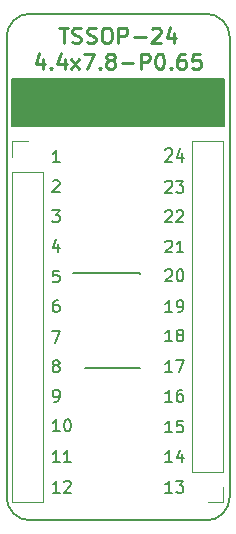
<source format=gbr>
G04 #@! TF.GenerationSoftware,KiCad,Pcbnew,5.1.6-c6e7f7d~86~ubuntu20.04.1*
G04 #@! TF.CreationDate,2020-05-17T01:16:34+03:00*
G04 #@! TF.ProjectId,BRK-TSSOP-24-4.4x7.8-P0.65,42524b2d-5453-4534-9f50-2d32342d342e,v1.0*
G04 #@! TF.SameCoordinates,Original*
G04 #@! TF.FileFunction,Legend,Top*
G04 #@! TF.FilePolarity,Positive*
%FSLAX46Y46*%
G04 Gerber Fmt 4.6, Leading zero omitted, Abs format (unit mm)*
G04 Created by KiCad (PCBNEW 5.1.6-c6e7f7d~86~ubuntu20.04.1) date 2020-05-17 01:16:34*
%MOMM*%
%LPD*%
G01*
G04 APERTURE LIST*
%ADD10C,0.200000*%
G04 #@! TA.AperFunction,Profile*
%ADD11C,0.150000*%
G04 #@! TD*
%ADD12C,0.150000*%
%ADD13C,0.250000*%
%ADD14C,0.120000*%
G04 APERTURE END LIST*
D10*
X65027142Y-85952380D02*
X64455714Y-85952380D01*
X64741428Y-85952380D02*
X64741428Y-84952380D01*
X64646190Y-85095238D01*
X64550952Y-85190476D01*
X64455714Y-85238095D01*
X65884285Y-85285714D02*
X65884285Y-85952380D01*
X65646190Y-84904761D02*
X65408095Y-85619047D01*
X66027142Y-85619047D01*
X65027142Y-88552380D02*
X64455714Y-88552380D01*
X64741428Y-88552380D02*
X64741428Y-87552380D01*
X64646190Y-87695238D01*
X64550952Y-87790476D01*
X64455714Y-87838095D01*
X65360476Y-87552380D02*
X65979523Y-87552380D01*
X65646190Y-87933333D01*
X65789047Y-87933333D01*
X65884285Y-87980952D01*
X65931904Y-88028571D01*
X65979523Y-88123809D01*
X65979523Y-88361904D01*
X65931904Y-88457142D01*
X65884285Y-88504761D01*
X65789047Y-88552380D01*
X65503333Y-88552380D01*
X65408095Y-88504761D01*
X65360476Y-88457142D01*
X55491904Y-88552380D02*
X54920476Y-88552380D01*
X55206190Y-88552380D02*
X55206190Y-87552380D01*
X55110952Y-87695238D01*
X55015714Y-87790476D01*
X54920476Y-87838095D01*
X55872857Y-87647619D02*
X55920476Y-87600000D01*
X56015714Y-87552380D01*
X56253809Y-87552380D01*
X56349047Y-87600000D01*
X56396666Y-87647619D01*
X56444285Y-87742857D01*
X56444285Y-87838095D01*
X56396666Y-87980952D01*
X55825238Y-88552380D01*
X56444285Y-88552380D01*
X55491904Y-85952380D02*
X54920476Y-85952380D01*
X55206190Y-85952380D02*
X55206190Y-84952380D01*
X55110952Y-85095238D01*
X55015714Y-85190476D01*
X54920476Y-85238095D01*
X56444285Y-85952380D02*
X55872857Y-85952380D01*
X56158571Y-85952380D02*
X56158571Y-84952380D01*
X56063333Y-85095238D01*
X55968095Y-85190476D01*
X55872857Y-85238095D01*
X65027142Y-75752380D02*
X64455714Y-75752380D01*
X64741428Y-75752380D02*
X64741428Y-74752380D01*
X64646190Y-74895238D01*
X64550952Y-74990476D01*
X64455714Y-75038095D01*
X65598571Y-75180952D02*
X65503333Y-75133333D01*
X65455714Y-75085714D01*
X65408095Y-74990476D01*
X65408095Y-74942857D01*
X65455714Y-74847619D01*
X65503333Y-74800000D01*
X65598571Y-74752380D01*
X65789047Y-74752380D01*
X65884285Y-74800000D01*
X65931904Y-74847619D01*
X65979523Y-74942857D01*
X65979523Y-74990476D01*
X65931904Y-75085714D01*
X65884285Y-75133333D01*
X65789047Y-75180952D01*
X65598571Y-75180952D01*
X65503333Y-75228571D01*
X65455714Y-75276190D01*
X65408095Y-75371428D01*
X65408095Y-75561904D01*
X65455714Y-75657142D01*
X65503333Y-75704761D01*
X65598571Y-75752380D01*
X65789047Y-75752380D01*
X65884285Y-75704761D01*
X65931904Y-75657142D01*
X65979523Y-75561904D01*
X65979523Y-75371428D01*
X65931904Y-75276190D01*
X65884285Y-75228571D01*
X65789047Y-75180952D01*
X65027142Y-78352380D02*
X64455714Y-78352380D01*
X64741428Y-78352380D02*
X64741428Y-77352380D01*
X64646190Y-77495238D01*
X64550952Y-77590476D01*
X64455714Y-77638095D01*
X65360476Y-77352380D02*
X66027142Y-77352380D01*
X65598571Y-78352380D01*
X65027142Y-80852380D02*
X64455714Y-80852380D01*
X64741428Y-80852380D02*
X64741428Y-79852380D01*
X64646190Y-79995238D01*
X64550952Y-80090476D01*
X64455714Y-80138095D01*
X65884285Y-79852380D02*
X65693809Y-79852380D01*
X65598571Y-79900000D01*
X65550952Y-79947619D01*
X65455714Y-80090476D01*
X65408095Y-80280952D01*
X65408095Y-80661904D01*
X65455714Y-80757142D01*
X65503333Y-80804761D01*
X65598571Y-80852380D01*
X65789047Y-80852380D01*
X65884285Y-80804761D01*
X65931904Y-80757142D01*
X65979523Y-80661904D01*
X65979523Y-80423809D01*
X65931904Y-80328571D01*
X65884285Y-80280952D01*
X65789047Y-80233333D01*
X65598571Y-80233333D01*
X65503333Y-80280952D01*
X65455714Y-80328571D01*
X65408095Y-80423809D01*
X55491904Y-83352380D02*
X54920476Y-83352380D01*
X55206190Y-83352380D02*
X55206190Y-82352380D01*
X55110952Y-82495238D01*
X55015714Y-82590476D01*
X54920476Y-82638095D01*
X56110952Y-82352380D02*
X56206190Y-82352380D01*
X56301428Y-82400000D01*
X56349047Y-82447619D01*
X56396666Y-82542857D01*
X56444285Y-82733333D01*
X56444285Y-82971428D01*
X56396666Y-83161904D01*
X56349047Y-83257142D01*
X56301428Y-83304761D01*
X56206190Y-83352380D01*
X56110952Y-83352380D01*
X56015714Y-83304761D01*
X55968095Y-83257142D01*
X55920476Y-83161904D01*
X55872857Y-82971428D01*
X55872857Y-82733333D01*
X55920476Y-82542857D01*
X55968095Y-82447619D01*
X56015714Y-82400000D01*
X56110952Y-82352380D01*
X55015714Y-80852380D02*
X55206190Y-80852380D01*
X55301428Y-80804761D01*
X55349047Y-80757142D01*
X55444285Y-80614285D01*
X55491904Y-80423809D01*
X55491904Y-80042857D01*
X55444285Y-79947619D01*
X55396666Y-79900000D01*
X55301428Y-79852380D01*
X55110952Y-79852380D01*
X55015714Y-79900000D01*
X54968095Y-79947619D01*
X54920476Y-80042857D01*
X54920476Y-80280952D01*
X54968095Y-80376190D01*
X55015714Y-80423809D01*
X55110952Y-80471428D01*
X55301428Y-80471428D01*
X55396666Y-80423809D01*
X55444285Y-80376190D01*
X55491904Y-80280952D01*
X55110952Y-77780952D02*
X55015714Y-77733333D01*
X54968095Y-77685714D01*
X54920476Y-77590476D01*
X54920476Y-77542857D01*
X54968095Y-77447619D01*
X55015714Y-77400000D01*
X55110952Y-77352380D01*
X55301428Y-77352380D01*
X55396666Y-77400000D01*
X55444285Y-77447619D01*
X55491904Y-77542857D01*
X55491904Y-77590476D01*
X55444285Y-77685714D01*
X55396666Y-77733333D01*
X55301428Y-77780952D01*
X55110952Y-77780952D01*
X55015714Y-77828571D01*
X54968095Y-77876190D01*
X54920476Y-77971428D01*
X54920476Y-78161904D01*
X54968095Y-78257142D01*
X55015714Y-78304761D01*
X55110952Y-78352380D01*
X55301428Y-78352380D01*
X55396666Y-78304761D01*
X55444285Y-78257142D01*
X55491904Y-78161904D01*
X55491904Y-77971428D01*
X55444285Y-77876190D01*
X55396666Y-77828571D01*
X55301428Y-77780952D01*
X65027142Y-83452380D02*
X64455714Y-83452380D01*
X64741428Y-83452380D02*
X64741428Y-82452380D01*
X64646190Y-82595238D01*
X64550952Y-82690476D01*
X64455714Y-82738095D01*
X65931904Y-82452380D02*
X65455714Y-82452380D01*
X65408095Y-82928571D01*
X65455714Y-82880952D01*
X65550952Y-82833333D01*
X65789047Y-82833333D01*
X65884285Y-82880952D01*
X65931904Y-82928571D01*
X65979523Y-83023809D01*
X65979523Y-83261904D01*
X65931904Y-83357142D01*
X65884285Y-83404761D01*
X65789047Y-83452380D01*
X65550952Y-83452380D01*
X65455714Y-83404761D01*
X65408095Y-83357142D01*
X65027142Y-73252380D02*
X64455714Y-73252380D01*
X64741428Y-73252380D02*
X64741428Y-72252380D01*
X64646190Y-72395238D01*
X64550952Y-72490476D01*
X64455714Y-72538095D01*
X65503333Y-73252380D02*
X65693809Y-73252380D01*
X65789047Y-73204761D01*
X65836666Y-73157142D01*
X65931904Y-73014285D01*
X65979523Y-72823809D01*
X65979523Y-72442857D01*
X65931904Y-72347619D01*
X65884285Y-72300000D01*
X65789047Y-72252380D01*
X65598571Y-72252380D01*
X65503333Y-72300000D01*
X65455714Y-72347619D01*
X65408095Y-72442857D01*
X65408095Y-72680952D01*
X65455714Y-72776190D01*
X65503333Y-72823809D01*
X65598571Y-72871428D01*
X65789047Y-72871428D01*
X65884285Y-72823809D01*
X65931904Y-72776190D01*
X65979523Y-72680952D01*
X64455714Y-69747619D02*
X64503333Y-69700000D01*
X64598571Y-69652380D01*
X64836666Y-69652380D01*
X64931904Y-69700000D01*
X64979523Y-69747619D01*
X65027142Y-69842857D01*
X65027142Y-69938095D01*
X64979523Y-70080952D01*
X64408095Y-70652380D01*
X65027142Y-70652380D01*
X65646190Y-69652380D02*
X65741428Y-69652380D01*
X65836666Y-69700000D01*
X65884285Y-69747619D01*
X65931904Y-69842857D01*
X65979523Y-70033333D01*
X65979523Y-70271428D01*
X65931904Y-70461904D01*
X65884285Y-70557142D01*
X65836666Y-70604761D01*
X65741428Y-70652380D01*
X65646190Y-70652380D01*
X65550952Y-70604761D01*
X65503333Y-70557142D01*
X65455714Y-70461904D01*
X65408095Y-70271428D01*
X65408095Y-70033333D01*
X65455714Y-69842857D01*
X65503333Y-69747619D01*
X65550952Y-69700000D01*
X65646190Y-69652380D01*
X54872857Y-74852380D02*
X55539523Y-74852380D01*
X55110952Y-75852380D01*
X55396666Y-72252380D02*
X55206190Y-72252380D01*
X55110952Y-72300000D01*
X55063333Y-72347619D01*
X54968095Y-72490476D01*
X54920476Y-72680952D01*
X54920476Y-73061904D01*
X54968095Y-73157142D01*
X55015714Y-73204761D01*
X55110952Y-73252380D01*
X55301428Y-73252380D01*
X55396666Y-73204761D01*
X55444285Y-73157142D01*
X55491904Y-73061904D01*
X55491904Y-72823809D01*
X55444285Y-72728571D01*
X55396666Y-72680952D01*
X55301428Y-72633333D01*
X55110952Y-72633333D01*
X55015714Y-72680952D01*
X54968095Y-72728571D01*
X54920476Y-72823809D01*
X55444285Y-69752380D02*
X54968095Y-69752380D01*
X54920476Y-70228571D01*
X54968095Y-70180952D01*
X55063333Y-70133333D01*
X55301428Y-70133333D01*
X55396666Y-70180952D01*
X55444285Y-70228571D01*
X55491904Y-70323809D01*
X55491904Y-70561904D01*
X55444285Y-70657142D01*
X55396666Y-70704761D01*
X55301428Y-70752380D01*
X55063333Y-70752380D01*
X54968095Y-70704761D01*
X54920476Y-70657142D01*
X55396666Y-67485714D02*
X55396666Y-68152380D01*
X55158571Y-67104761D02*
X54920476Y-67819047D01*
X55539523Y-67819047D01*
X54872857Y-64652380D02*
X55491904Y-64652380D01*
X55158571Y-65033333D01*
X55301428Y-65033333D01*
X55396666Y-65080952D01*
X55444285Y-65128571D01*
X55491904Y-65223809D01*
X55491904Y-65461904D01*
X55444285Y-65557142D01*
X55396666Y-65604761D01*
X55301428Y-65652380D01*
X55015714Y-65652380D01*
X54920476Y-65604761D01*
X54872857Y-65557142D01*
X64455714Y-67297619D02*
X64503333Y-67250000D01*
X64598571Y-67202380D01*
X64836666Y-67202380D01*
X64931904Y-67250000D01*
X64979523Y-67297619D01*
X65027142Y-67392857D01*
X65027142Y-67488095D01*
X64979523Y-67630952D01*
X64408095Y-68202380D01*
X65027142Y-68202380D01*
X65979523Y-68202380D02*
X65408095Y-68202380D01*
X65693809Y-68202380D02*
X65693809Y-67202380D01*
X65598571Y-67345238D01*
X65503333Y-67440476D01*
X65408095Y-67488095D01*
D11*
X53000000Y-90900000D02*
G75*
G02*
X51000000Y-88900000I0J2000000D01*
G01*
X69900000Y-88900000D02*
G75*
G02*
X67900000Y-90900000I-2000000J0D01*
G01*
X67900000Y-48000000D02*
G75*
G02*
X69900000Y-50000000I0J-2000000D01*
G01*
X51000000Y-50000000D02*
G75*
G02*
X53000000Y-48000000I2000000J0D01*
G01*
D10*
X64455714Y-64747619D02*
X64503333Y-64700000D01*
X64598571Y-64652380D01*
X64836666Y-64652380D01*
X64931904Y-64700000D01*
X64979523Y-64747619D01*
X65027142Y-64842857D01*
X65027142Y-64938095D01*
X64979523Y-65080952D01*
X64408095Y-65652380D01*
X65027142Y-65652380D01*
X65408095Y-64747619D02*
X65455714Y-64700000D01*
X65550952Y-64652380D01*
X65789047Y-64652380D01*
X65884285Y-64700000D01*
X65931904Y-64747619D01*
X65979523Y-64842857D01*
X65979523Y-64938095D01*
X65931904Y-65080952D01*
X65360476Y-65652380D01*
X65979523Y-65652380D01*
X64455714Y-62247619D02*
X64503333Y-62200000D01*
X64598571Y-62152380D01*
X64836666Y-62152380D01*
X64931904Y-62200000D01*
X64979523Y-62247619D01*
X65027142Y-62342857D01*
X65027142Y-62438095D01*
X64979523Y-62580952D01*
X64408095Y-63152380D01*
X65027142Y-63152380D01*
X65360476Y-62152380D02*
X65979523Y-62152380D01*
X65646190Y-62533333D01*
X65789047Y-62533333D01*
X65884285Y-62580952D01*
X65931904Y-62628571D01*
X65979523Y-62723809D01*
X65979523Y-62961904D01*
X65931904Y-63057142D01*
X65884285Y-63104761D01*
X65789047Y-63152380D01*
X65503333Y-63152380D01*
X65408095Y-63104761D01*
X65360476Y-63057142D01*
X64455714Y-59507142D02*
X64503333Y-59450000D01*
X64598571Y-59392857D01*
X64836666Y-59392857D01*
X64931904Y-59450000D01*
X64979523Y-59507142D01*
X65027142Y-59621428D01*
X65027142Y-59735714D01*
X64979523Y-59907142D01*
X64408095Y-60592857D01*
X65027142Y-60592857D01*
X65884285Y-59792857D02*
X65884285Y-60592857D01*
X65646190Y-59335714D02*
X65408095Y-60192857D01*
X66027142Y-60192857D01*
X54920476Y-62197619D02*
X54968095Y-62150000D01*
X55063333Y-62102380D01*
X55301428Y-62102380D01*
X55396666Y-62150000D01*
X55444285Y-62197619D01*
X55491904Y-62292857D01*
X55491904Y-62388095D01*
X55444285Y-62530952D01*
X54872857Y-63102380D01*
X55491904Y-63102380D01*
X55491904Y-60552380D02*
X54920476Y-60552380D01*
X55206190Y-60552380D02*
X55206190Y-59552380D01*
X55110952Y-59695238D01*
X55015714Y-59790476D01*
X54920476Y-59838095D01*
D11*
X67900000Y-90900000D02*
X53000000Y-90900000D01*
D12*
G36*
X69400000Y-57500000D02*
G01*
X51500000Y-57500000D01*
X51500000Y-53500000D01*
X69400000Y-53500000D01*
X69400000Y-57500000D01*
G37*
X69400000Y-57500000D02*
X51500000Y-57500000D01*
X51500000Y-53500000D01*
X69400000Y-53500000D01*
X69400000Y-57500000D01*
D11*
X69900000Y-50000000D02*
X69900000Y-88900000D01*
D13*
X55466666Y-49188095D02*
X56209523Y-49188095D01*
X55838095Y-50488095D02*
X55838095Y-49188095D01*
X56580952Y-50426190D02*
X56766666Y-50488095D01*
X57076190Y-50488095D01*
X57200000Y-50426190D01*
X57261904Y-50364285D01*
X57323809Y-50240476D01*
X57323809Y-50116666D01*
X57261904Y-49992857D01*
X57200000Y-49930952D01*
X57076190Y-49869047D01*
X56828571Y-49807142D01*
X56704761Y-49745238D01*
X56642857Y-49683333D01*
X56580952Y-49559523D01*
X56580952Y-49435714D01*
X56642857Y-49311904D01*
X56704761Y-49250000D01*
X56828571Y-49188095D01*
X57138095Y-49188095D01*
X57323809Y-49250000D01*
X57819047Y-50426190D02*
X58004761Y-50488095D01*
X58314285Y-50488095D01*
X58438095Y-50426190D01*
X58500000Y-50364285D01*
X58561904Y-50240476D01*
X58561904Y-50116666D01*
X58500000Y-49992857D01*
X58438095Y-49930952D01*
X58314285Y-49869047D01*
X58066666Y-49807142D01*
X57942857Y-49745238D01*
X57880952Y-49683333D01*
X57819047Y-49559523D01*
X57819047Y-49435714D01*
X57880952Y-49311904D01*
X57942857Y-49250000D01*
X58066666Y-49188095D01*
X58376190Y-49188095D01*
X58561904Y-49250000D01*
X59366666Y-49188095D02*
X59614285Y-49188095D01*
X59738095Y-49250000D01*
X59861904Y-49373809D01*
X59923809Y-49621428D01*
X59923809Y-50054761D01*
X59861904Y-50302380D01*
X59738095Y-50426190D01*
X59614285Y-50488095D01*
X59366666Y-50488095D01*
X59242857Y-50426190D01*
X59119047Y-50302380D01*
X59057142Y-50054761D01*
X59057142Y-49621428D01*
X59119047Y-49373809D01*
X59242857Y-49250000D01*
X59366666Y-49188095D01*
X60480952Y-50488095D02*
X60480952Y-49188095D01*
X60976190Y-49188095D01*
X61100000Y-49250000D01*
X61161904Y-49311904D01*
X61223809Y-49435714D01*
X61223809Y-49621428D01*
X61161904Y-49745238D01*
X61100000Y-49807142D01*
X60976190Y-49869047D01*
X60480952Y-49869047D01*
X61780952Y-49992857D02*
X62771428Y-49992857D01*
X63328571Y-49311904D02*
X63390476Y-49250000D01*
X63514285Y-49188095D01*
X63823809Y-49188095D01*
X63947619Y-49250000D01*
X64009523Y-49311904D01*
X64071428Y-49435714D01*
X64071428Y-49559523D01*
X64009523Y-49745238D01*
X63266666Y-50488095D01*
X64071428Y-50488095D01*
X65185714Y-49621428D02*
X65185714Y-50488095D01*
X64876190Y-49126190D02*
X64566666Y-50054761D01*
X65371428Y-50054761D01*
X54073809Y-51821428D02*
X54073809Y-52688095D01*
X53764285Y-51326190D02*
X53454761Y-52254761D01*
X54259523Y-52254761D01*
X54754761Y-52564285D02*
X54816666Y-52626190D01*
X54754761Y-52688095D01*
X54692857Y-52626190D01*
X54754761Y-52564285D01*
X54754761Y-52688095D01*
X55930952Y-51821428D02*
X55930952Y-52688095D01*
X55621428Y-51326190D02*
X55311904Y-52254761D01*
X56116666Y-52254761D01*
X56488095Y-52688095D02*
X57169047Y-51821428D01*
X56488095Y-51821428D02*
X57169047Y-52688095D01*
X57540476Y-51388095D02*
X58407142Y-51388095D01*
X57850000Y-52688095D01*
X58902380Y-52564285D02*
X58964285Y-52626190D01*
X58902380Y-52688095D01*
X58840476Y-52626190D01*
X58902380Y-52564285D01*
X58902380Y-52688095D01*
X59707142Y-51945238D02*
X59583333Y-51883333D01*
X59521428Y-51821428D01*
X59459523Y-51697619D01*
X59459523Y-51635714D01*
X59521428Y-51511904D01*
X59583333Y-51450000D01*
X59707142Y-51388095D01*
X59954761Y-51388095D01*
X60078571Y-51450000D01*
X60140476Y-51511904D01*
X60202380Y-51635714D01*
X60202380Y-51697619D01*
X60140476Y-51821428D01*
X60078571Y-51883333D01*
X59954761Y-51945238D01*
X59707142Y-51945238D01*
X59583333Y-52007142D01*
X59521428Y-52069047D01*
X59459523Y-52192857D01*
X59459523Y-52440476D01*
X59521428Y-52564285D01*
X59583333Y-52626190D01*
X59707142Y-52688095D01*
X59954761Y-52688095D01*
X60078571Y-52626190D01*
X60140476Y-52564285D01*
X60202380Y-52440476D01*
X60202380Y-52192857D01*
X60140476Y-52069047D01*
X60078571Y-52007142D01*
X59954761Y-51945238D01*
X60759523Y-52192857D02*
X61750000Y-52192857D01*
X62369047Y-52688095D02*
X62369047Y-51388095D01*
X62864285Y-51388095D01*
X62988095Y-51450000D01*
X63050000Y-51511904D01*
X63111904Y-51635714D01*
X63111904Y-51821428D01*
X63050000Y-51945238D01*
X62988095Y-52007142D01*
X62864285Y-52069047D01*
X62369047Y-52069047D01*
X63916666Y-51388095D02*
X64040476Y-51388095D01*
X64164285Y-51450000D01*
X64226190Y-51511904D01*
X64288095Y-51635714D01*
X64350000Y-51883333D01*
X64350000Y-52192857D01*
X64288095Y-52440476D01*
X64226190Y-52564285D01*
X64164285Y-52626190D01*
X64040476Y-52688095D01*
X63916666Y-52688095D01*
X63792857Y-52626190D01*
X63730952Y-52564285D01*
X63669047Y-52440476D01*
X63607142Y-52192857D01*
X63607142Y-51883333D01*
X63669047Y-51635714D01*
X63730952Y-51511904D01*
X63792857Y-51450000D01*
X63916666Y-51388095D01*
X64907142Y-52564285D02*
X64969047Y-52626190D01*
X64907142Y-52688095D01*
X64845238Y-52626190D01*
X64907142Y-52564285D01*
X64907142Y-52688095D01*
X66083333Y-51388095D02*
X65835714Y-51388095D01*
X65711904Y-51450000D01*
X65650000Y-51511904D01*
X65526190Y-51697619D01*
X65464285Y-51945238D01*
X65464285Y-52440476D01*
X65526190Y-52564285D01*
X65588095Y-52626190D01*
X65711904Y-52688095D01*
X65959523Y-52688095D01*
X66083333Y-52626190D01*
X66145238Y-52564285D01*
X66207142Y-52440476D01*
X66207142Y-52130952D01*
X66145238Y-52007142D01*
X66083333Y-51945238D01*
X65959523Y-51883333D01*
X65711904Y-51883333D01*
X65588095Y-51945238D01*
X65526190Y-52007142D01*
X65464285Y-52130952D01*
X67383333Y-51388095D02*
X66764285Y-51388095D01*
X66702380Y-52007142D01*
X66764285Y-51945238D01*
X66888095Y-51883333D01*
X67197619Y-51883333D01*
X67321428Y-51945238D01*
X67383333Y-52007142D01*
X67445238Y-52130952D01*
X67445238Y-52440476D01*
X67383333Y-52564285D01*
X67321428Y-52626190D01*
X67197619Y-52688095D01*
X66888095Y-52688095D01*
X66764285Y-52626190D01*
X66702380Y-52564285D01*
D11*
X53000000Y-48000000D02*
X67900000Y-48000000D01*
X51000000Y-88900000D02*
X51000000Y-50000000D01*
D12*
X62325000Y-69975000D02*
X62325000Y-70000000D01*
X62325000Y-78025000D02*
X62325000Y-78000000D01*
X57675000Y-78025000D02*
X57675000Y-78000000D01*
X56600000Y-69925000D02*
X62325000Y-69925000D01*
X57675000Y-78025000D02*
X62325000Y-78025000D01*
D14*
X69370000Y-58770000D02*
X66710000Y-58770000D01*
X69370000Y-86770000D02*
X69370000Y-58770000D01*
X66710000Y-86770000D02*
X66710000Y-58770000D01*
X69370000Y-86770000D02*
X66710000Y-86770000D01*
X69370000Y-88040000D02*
X69370000Y-89370000D01*
X69370000Y-89370000D02*
X68040000Y-89370000D01*
X51470000Y-89370000D02*
X54130000Y-89370000D01*
X51470000Y-61370000D02*
X51470000Y-89370000D01*
X54130000Y-61370000D02*
X54130000Y-89370000D01*
X51470000Y-61370000D02*
X54130000Y-61370000D01*
X51470000Y-60100000D02*
X51470000Y-58770000D01*
X51470000Y-58770000D02*
X52800000Y-58770000D01*
M02*

</source>
